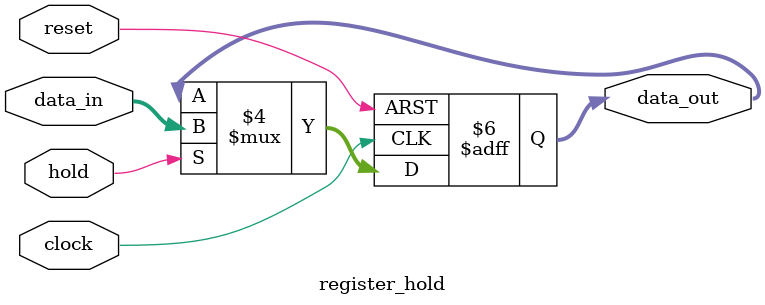
<source format=v>
module register_hold (data_in,hold,clock,reset,data_out);
input [3:0] data_in;
input hold;
input clock, reset;
output [3:0] data_out;
reg [3:0] data_out;
always @ (posedge clock or negedge reset)
if (reset == 1'b0)
data_out <= 4'b0;
else if (hold)
data_out <= data_in;
else
data_out <= data_out;
endmodule
</source>
